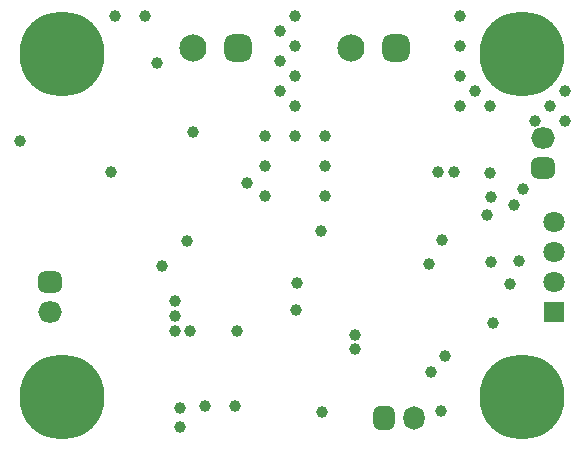
<source format=gbs>
G04*
G04 #@! TF.GenerationSoftware,Altium Limited,Altium Designer,21.3.2 (30)*
G04*
G04 Layer_Color=16711935*
%FSTAX25Y25*%
%MOIN*%
G70*
G04*
G04 #@! TF.SameCoordinates,4B655C25-F8CF-4A4B-9A5B-65FE686E617B*
G04*
G04*
G04 #@! TF.FilePolarity,Negative*
G04*
G01*
G75*
G04:AMPARAMS|DCode=51|XSize=90.68mil|YSize=90.68mil|CornerRadius=24.67mil|HoleSize=0mil|Usage=FLASHONLY|Rotation=180.000|XOffset=0mil|YOffset=0mil|HoleType=Round|Shape=RoundedRectangle|*
%AMROUNDEDRECTD51*
21,1,0.09068,0.04134,0,0,180.0*
21,1,0.04134,0.09068,0,0,180.0*
1,1,0.04934,-0.02067,0.02067*
1,1,0.04934,0.02067,0.02067*
1,1,0.04934,0.02067,-0.02067*
1,1,0.04934,-0.02067,-0.02067*
%
%ADD51ROUNDEDRECTD51*%
%ADD52C,0.09068*%
G04:AMPARAMS|DCode=53|XSize=78.87mil|YSize=70.99mil|CornerRadius=19.75mil|HoleSize=0mil|Usage=FLASHONLY|Rotation=0.000|XOffset=0mil|YOffset=0mil|HoleType=Round|Shape=RoundedRectangle|*
%AMROUNDEDRECTD53*
21,1,0.07887,0.03150,0,0,0.0*
21,1,0.03937,0.07099,0,0,0.0*
1,1,0.03950,0.01968,-0.01575*
1,1,0.03950,-0.01968,-0.01575*
1,1,0.03950,-0.01968,0.01575*
1,1,0.03950,0.01968,0.01575*
%
%ADD53ROUNDEDRECTD53*%
%ADD54O,0.07887X0.07099*%
%ADD56C,0.07099*%
%ADD57R,0.07099X0.07099*%
%ADD58O,0.07099X0.07887*%
G04:AMPARAMS|DCode=59|XSize=78.87mil|YSize=70.99mil|CornerRadius=19.75mil|HoleSize=0mil|Usage=FLASHONLY|Rotation=90.000|XOffset=0mil|YOffset=0mil|HoleType=Round|Shape=RoundedRectangle|*
%AMROUNDEDRECTD59*
21,1,0.07887,0.03150,0,0,90.0*
21,1,0.03937,0.07099,0,0,90.0*
1,1,0.03950,0.01575,0.01968*
1,1,0.03950,0.01575,-0.01968*
1,1,0.03950,-0.01575,-0.01968*
1,1,0.03950,-0.01575,0.01968*
%
%ADD59ROUNDEDRECTD59*%
%ADD60C,0.03950*%
%ADD61C,0.03398*%
%ADD76C,0.28359*%
D51*
X02859Y0404414D02*
D03*
X03387D02*
D03*
D52*
X02709D02*
D03*
X03237D02*
D03*
D53*
X02233Y03265D02*
D03*
X03875Y03645D02*
D03*
D54*
X02233Y03165D02*
D03*
X03875Y03745D02*
D03*
D56*
X03912Y03262D02*
D03*
Y03362D02*
D03*
Y03462D02*
D03*
D57*
Y03162D02*
D03*
D58*
X03445Y02811D02*
D03*
D59*
X03345D02*
D03*
D60*
X03Y039D02*
D03*
Y04D02*
D03*
Y041D02*
D03*
X0385Y038D02*
D03*
X039Y0385D02*
D03*
X0395Y038D02*
D03*
Y039D02*
D03*
X0365D02*
D03*
X0245Y0415D02*
D03*
X0255D02*
D03*
X0295Y0355D02*
D03*
X0315D02*
D03*
Y0365D02*
D03*
X0295D02*
D03*
Y0375D02*
D03*
X0315D02*
D03*
X0305D02*
D03*
Y0385D02*
D03*
Y0395D02*
D03*
Y0405D02*
D03*
Y0415D02*
D03*
X037Y0385D02*
D03*
X036D02*
D03*
Y0395D02*
D03*
Y0405D02*
D03*
Y0415D02*
D03*
X02665Y02844D02*
D03*
X02666Y02779D02*
D03*
X03053Y03171D02*
D03*
X0314Y0283D02*
D03*
X0305489Y0326111D02*
D03*
X03549Y03017D02*
D03*
X03501Y02962D02*
D03*
X03708Y03126D02*
D03*
X03578Y03631D02*
D03*
X0377938Y03521D02*
D03*
X03808Y03575D02*
D03*
X03698Y03626D02*
D03*
X0325Y03039D02*
D03*
X03249Y03088D02*
D03*
X03701Y03546D02*
D03*
X0369Y03488D02*
D03*
X03137Y03433D02*
D03*
X03538Y03402D02*
D03*
X03496Y03325D02*
D03*
X02132Y03732D02*
D03*
X02436Y0363D02*
D03*
X0271Y03764D02*
D03*
X02588Y03994D02*
D03*
X02857Y031D02*
D03*
X0269Y03399D02*
D03*
X02889Y03595D02*
D03*
X03703Y03329D02*
D03*
X03525Y03629D02*
D03*
X03537Y02835D02*
D03*
X03767Y03257D02*
D03*
X0285Y0285D02*
D03*
X0275D02*
D03*
X03797Y03333D02*
D03*
X02606Y03316D02*
D03*
X027Y031D02*
D03*
X0265D02*
D03*
Y0315D02*
D03*
Y032D02*
D03*
D61*
X0222919Y0277675D02*
D03*
X0237683Y0283778D02*
D03*
X0231581Y0298541D02*
D03*
X0216817Y0292439D02*
D03*
X0237683D02*
D03*
X0222919Y0298541D02*
D03*
X0216817Y0283778D02*
D03*
X0231581Y0277675D02*
D03*
X0384746D02*
D03*
X0369982Y0283778D02*
D03*
X0376085Y0298541D02*
D03*
X0390848Y0292439D02*
D03*
X0369982D02*
D03*
X0384746Y0298541D02*
D03*
X0390848Y0283778D02*
D03*
X0376085Y0277675D02*
D03*
X0231581Y0391841D02*
D03*
X0216817Y0397943D02*
D03*
X0222919Y0412707D02*
D03*
X0237683Y0406604D02*
D03*
X0216817D02*
D03*
X0231581Y0412707D02*
D03*
X0237683Y0397943D02*
D03*
X0222919Y0391841D02*
D03*
X0376085D02*
D03*
X0390848Y0397943D02*
D03*
X0384746Y0412707D02*
D03*
X0369982Y0406604D02*
D03*
X0390848D02*
D03*
X0376085Y0412707D02*
D03*
X0369982Y0397943D02*
D03*
X0384746Y0391841D02*
D03*
D76*
X022725Y0288108D02*
D03*
X0380415D02*
D03*
X022725Y0402274D02*
D03*
X0380415D02*
D03*
M02*

</source>
